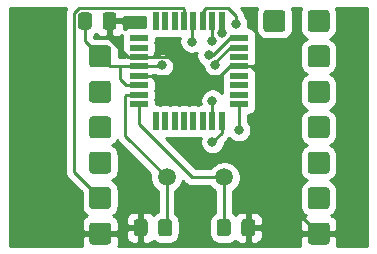
<source format=gtl>
G04 #@! TF.GenerationSoftware,KiCad,Pcbnew,5.1.10-88a1d61d58~90~ubuntu20.04.1*
G04 #@! TF.CreationDate,2021-09-15T21:40:18+02:00*
G04 #@! TF.ProjectId,snes2atari,736e6573-3261-4746-9172-692e6b696361,rev?*
G04 #@! TF.SameCoordinates,Original*
G04 #@! TF.FileFunction,Copper,L1,Top*
G04 #@! TF.FilePolarity,Positive*
%FSLAX46Y46*%
G04 Gerber Fmt 4.6, Leading zero omitted, Abs format (unit mm)*
G04 Created by KiCad (PCBNEW 5.1.10-88a1d61d58~90~ubuntu20.04.1) date 2021-09-15 21:40:18*
%MOMM*%
%LPD*%
G01*
G04 APERTURE LIST*
G04 #@! TA.AperFunction,ComponentPad*
%ADD10C,1.500000*%
G04 #@! TD*
G04 #@! TA.AperFunction,SMDPad,CuDef*
%ADD11R,0.550000X1.600000*%
G04 #@! TD*
G04 #@! TA.AperFunction,SMDPad,CuDef*
%ADD12R,1.600000X0.550000*%
G04 #@! TD*
G04 #@! TA.AperFunction,ViaPad*
%ADD13C,0.800000*%
G04 #@! TD*
G04 #@! TA.AperFunction,Conductor*
%ADD14C,0.250000*%
G04 #@! TD*
G04 #@! TA.AperFunction,Conductor*
%ADD15C,0.254000*%
G04 #@! TD*
G04 #@! TA.AperFunction,Conductor*
%ADD16C,0.100000*%
G04 #@! TD*
G04 APERTURE END LIST*
D10*
X125870000Y-89750000D03*
X130750000Y-89750000D03*
D11*
X124950000Y-76500000D03*
X125750000Y-76500000D03*
X126550000Y-76500000D03*
X127350000Y-76500000D03*
X128150000Y-76500000D03*
X128950000Y-76500000D03*
X129750000Y-76500000D03*
X130550000Y-76500000D03*
D12*
X132000000Y-77950000D03*
X132000000Y-78750000D03*
X132000000Y-79550000D03*
X132000000Y-80350000D03*
X132000000Y-81150000D03*
X132000000Y-81950000D03*
X132000000Y-82750000D03*
X132000000Y-83550000D03*
D11*
X130550000Y-85000000D03*
X129750000Y-85000000D03*
X128950000Y-85000000D03*
X128150000Y-85000000D03*
X127350000Y-85000000D03*
X126550000Y-85000000D03*
X125750000Y-85000000D03*
X124950000Y-85000000D03*
D12*
X123500000Y-83550000D03*
X123500000Y-82750000D03*
X123500000Y-81950000D03*
X123500000Y-81150000D03*
X123500000Y-80350000D03*
X123500000Y-79550000D03*
X123500000Y-78750000D03*
X123500000Y-77950000D03*
G04 #@! TA.AperFunction,ComponentPad*
G36*
G01*
X119325000Y-95175001D02*
X119325000Y-93824999D01*
G75*
G02*
X119574999Y-93575000I249999J0D01*
G01*
X120925001Y-93575000D01*
G75*
G02*
X121175000Y-93824999I0J-249999D01*
G01*
X121175000Y-95175001D01*
G75*
G02*
X120925001Y-95425000I-249999J0D01*
G01*
X119574999Y-95425000D01*
G75*
G02*
X119325000Y-95175001I0J249999D01*
G01*
G37*
G04 #@! TD.AperFunction*
G04 #@! TA.AperFunction,ComponentPad*
G36*
G01*
X137825000Y-95175001D02*
X137825000Y-93824999D01*
G75*
G02*
X138074999Y-93575000I249999J0D01*
G01*
X139425001Y-93575000D01*
G75*
G02*
X139675000Y-93824999I0J-249999D01*
G01*
X139675000Y-95175001D01*
G75*
G02*
X139425001Y-95425000I-249999J0D01*
G01*
X138074999Y-95425000D01*
G75*
G02*
X137825000Y-95175001I0J249999D01*
G01*
G37*
G04 #@! TD.AperFunction*
G04 #@! TA.AperFunction,ComponentPad*
G36*
G01*
X119325000Y-92175001D02*
X119325000Y-90824999D01*
G75*
G02*
X119574999Y-90575000I249999J0D01*
G01*
X120925001Y-90575000D01*
G75*
G02*
X121175000Y-90824999I0J-249999D01*
G01*
X121175000Y-92175001D01*
G75*
G02*
X120925001Y-92425000I-249999J0D01*
G01*
X119574999Y-92425000D01*
G75*
G02*
X119325000Y-92175001I0J249999D01*
G01*
G37*
G04 #@! TD.AperFunction*
G04 #@! TA.AperFunction,ComponentPad*
G36*
G01*
X137825000Y-77175001D02*
X137825000Y-75824999D01*
G75*
G02*
X138074999Y-75575000I249999J0D01*
G01*
X139425001Y-75575000D01*
G75*
G02*
X139675000Y-75824999I0J-249999D01*
G01*
X139675000Y-77175001D01*
G75*
G02*
X139425001Y-77425000I-249999J0D01*
G01*
X138074999Y-77425000D01*
G75*
G02*
X137825000Y-77175001I0J249999D01*
G01*
G37*
G04 #@! TD.AperFunction*
G04 #@! TA.AperFunction,ComponentPad*
G36*
G01*
X137825000Y-80175001D02*
X137825000Y-78824999D01*
G75*
G02*
X138074999Y-78575000I249999J0D01*
G01*
X139425001Y-78575000D01*
G75*
G02*
X139675000Y-78824999I0J-249999D01*
G01*
X139675000Y-80175001D01*
G75*
G02*
X139425001Y-80425000I-249999J0D01*
G01*
X138074999Y-80425000D01*
G75*
G02*
X137825000Y-80175001I0J249999D01*
G01*
G37*
G04 #@! TD.AperFunction*
G04 #@! TA.AperFunction,ComponentPad*
G36*
G01*
X137825000Y-83175001D02*
X137825000Y-81824999D01*
G75*
G02*
X138074999Y-81575000I249999J0D01*
G01*
X139425001Y-81575000D01*
G75*
G02*
X139675000Y-81824999I0J-249999D01*
G01*
X139675000Y-83175001D01*
G75*
G02*
X139425001Y-83425000I-249999J0D01*
G01*
X138074999Y-83425000D01*
G75*
G02*
X137825000Y-83175001I0J249999D01*
G01*
G37*
G04 #@! TD.AperFunction*
G04 #@! TA.AperFunction,ComponentPad*
G36*
G01*
X137825000Y-86175001D02*
X137825000Y-84824999D01*
G75*
G02*
X138074999Y-84575000I249999J0D01*
G01*
X139425001Y-84575000D01*
G75*
G02*
X139675000Y-84824999I0J-249999D01*
G01*
X139675000Y-86175001D01*
G75*
G02*
X139425001Y-86425000I-249999J0D01*
G01*
X138074999Y-86425000D01*
G75*
G02*
X137825000Y-86175001I0J249999D01*
G01*
G37*
G04 #@! TD.AperFunction*
G04 #@! TA.AperFunction,ComponentPad*
G36*
G01*
X137825000Y-89175001D02*
X137825000Y-87824999D01*
G75*
G02*
X138074999Y-87575000I249999J0D01*
G01*
X139425001Y-87575000D01*
G75*
G02*
X139675000Y-87824999I0J-249999D01*
G01*
X139675000Y-89175001D01*
G75*
G02*
X139425001Y-89425000I-249999J0D01*
G01*
X138074999Y-89425000D01*
G75*
G02*
X137825000Y-89175001I0J249999D01*
G01*
G37*
G04 #@! TD.AperFunction*
G04 #@! TA.AperFunction,ComponentPad*
G36*
G01*
X137825000Y-92175001D02*
X137825000Y-90824999D01*
G75*
G02*
X138074999Y-90575000I249999J0D01*
G01*
X139425001Y-90575000D01*
G75*
G02*
X139675000Y-90824999I0J-249999D01*
G01*
X139675000Y-92175001D01*
G75*
G02*
X139425001Y-92425000I-249999J0D01*
G01*
X138074999Y-92425000D01*
G75*
G02*
X137825000Y-92175001I0J249999D01*
G01*
G37*
G04 #@! TD.AperFunction*
G04 #@! TA.AperFunction,ComponentPad*
G36*
G01*
X119325000Y-89175001D02*
X119325000Y-87824999D01*
G75*
G02*
X119574999Y-87575000I249999J0D01*
G01*
X120925001Y-87575000D01*
G75*
G02*
X121175000Y-87824999I0J-249999D01*
G01*
X121175000Y-89175001D01*
G75*
G02*
X120925001Y-89425000I-249999J0D01*
G01*
X119574999Y-89425000D01*
G75*
G02*
X119325000Y-89175001I0J249999D01*
G01*
G37*
G04 #@! TD.AperFunction*
G04 #@! TA.AperFunction,ComponentPad*
G36*
G01*
X119325000Y-86175001D02*
X119325000Y-84824999D01*
G75*
G02*
X119574999Y-84575000I249999J0D01*
G01*
X120925001Y-84575000D01*
G75*
G02*
X121175000Y-84824999I0J-249999D01*
G01*
X121175000Y-86175001D01*
G75*
G02*
X120925001Y-86425000I-249999J0D01*
G01*
X119574999Y-86425000D01*
G75*
G02*
X119325000Y-86175001I0J249999D01*
G01*
G37*
G04 #@! TD.AperFunction*
G04 #@! TA.AperFunction,ComponentPad*
G36*
G01*
X119325000Y-83175001D02*
X119325000Y-81824999D01*
G75*
G02*
X119574999Y-81575000I249999J0D01*
G01*
X120925001Y-81575000D01*
G75*
G02*
X121175000Y-81824999I0J-249999D01*
G01*
X121175000Y-83175001D01*
G75*
G02*
X120925001Y-83425000I-249999J0D01*
G01*
X119574999Y-83425000D01*
G75*
G02*
X119325000Y-83175001I0J249999D01*
G01*
G37*
G04 #@! TD.AperFunction*
G04 #@! TA.AperFunction,ComponentPad*
G36*
G01*
X119325000Y-80175001D02*
X119325000Y-78824999D01*
G75*
G02*
X119574999Y-78575000I249999J0D01*
G01*
X120925001Y-78575000D01*
G75*
G02*
X121175000Y-78824999I0J-249999D01*
G01*
X121175000Y-80175001D01*
G75*
G02*
X120925001Y-80425000I-249999J0D01*
G01*
X119574999Y-80425000D01*
G75*
G02*
X119325000Y-80175001I0J249999D01*
G01*
G37*
G04 #@! TD.AperFunction*
G04 #@! TA.AperFunction,ComponentPad*
G36*
G01*
X134075000Y-77175001D02*
X134075000Y-75824999D01*
G75*
G02*
X134324999Y-75575000I249999J0D01*
G01*
X135675001Y-75575000D01*
G75*
G02*
X135925000Y-75824999I0J-249999D01*
G01*
X135925000Y-77175001D01*
G75*
G02*
X135675001Y-77425000I-249999J0D01*
G01*
X134324999Y-77425000D01*
G75*
G02*
X134075000Y-77175001I0J249999D01*
G01*
G37*
G04 #@! TD.AperFunction*
G04 #@! TA.AperFunction,SMDPad,CuDef*
G36*
G01*
X120450000Y-76975000D02*
X120450000Y-76025000D01*
G75*
G02*
X120700000Y-75775000I250000J0D01*
G01*
X121375000Y-75775000D01*
G75*
G02*
X121625000Y-76025000I0J-250000D01*
G01*
X121625000Y-76975000D01*
G75*
G02*
X121375000Y-77225000I-250000J0D01*
G01*
X120700000Y-77225000D01*
G75*
G02*
X120450000Y-76975000I0J250000D01*
G01*
G37*
G04 #@! TD.AperFunction*
G04 #@! TA.AperFunction,SMDPad,CuDef*
G36*
G01*
X118375000Y-76975000D02*
X118375000Y-76025000D01*
G75*
G02*
X118625000Y-75775000I250000J0D01*
G01*
X119300000Y-75775000D01*
G75*
G02*
X119550000Y-76025000I0J-250000D01*
G01*
X119550000Y-76975000D01*
G75*
G02*
X119300000Y-77225000I-250000J0D01*
G01*
X118625000Y-77225000D01*
G75*
G02*
X118375000Y-76975000I0J250000D01*
G01*
G37*
G04 #@! TD.AperFunction*
G04 #@! TA.AperFunction,SMDPad,CuDef*
G36*
G01*
X124262500Y-93525000D02*
X124262500Y-94475000D01*
G75*
G02*
X124012500Y-94725000I-250000J0D01*
G01*
X123337500Y-94725000D01*
G75*
G02*
X123087500Y-94475000I0J250000D01*
G01*
X123087500Y-93525000D01*
G75*
G02*
X123337500Y-93275000I250000J0D01*
G01*
X124012500Y-93275000D01*
G75*
G02*
X124262500Y-93525000I0J-250000D01*
G01*
G37*
G04 #@! TD.AperFunction*
G04 #@! TA.AperFunction,SMDPad,CuDef*
G36*
G01*
X126337500Y-93525000D02*
X126337500Y-94475000D01*
G75*
G02*
X126087500Y-94725000I-250000J0D01*
G01*
X125412500Y-94725000D01*
G75*
G02*
X125162500Y-94475000I0J250000D01*
G01*
X125162500Y-93525000D01*
G75*
G02*
X125412500Y-93275000I250000J0D01*
G01*
X126087500Y-93275000D01*
G75*
G02*
X126337500Y-93525000I0J-250000D01*
G01*
G37*
G04 #@! TD.AperFunction*
G04 #@! TA.AperFunction,SMDPad,CuDef*
G36*
G01*
X132200000Y-94475000D02*
X132200000Y-93525000D01*
G75*
G02*
X132450000Y-93275000I250000J0D01*
G01*
X133125000Y-93275000D01*
G75*
G02*
X133375000Y-93525000I0J-250000D01*
G01*
X133375000Y-94475000D01*
G75*
G02*
X133125000Y-94725000I-250000J0D01*
G01*
X132450000Y-94725000D01*
G75*
G02*
X132200000Y-94475000I0J250000D01*
G01*
G37*
G04 #@! TD.AperFunction*
G04 #@! TA.AperFunction,SMDPad,CuDef*
G36*
G01*
X130125000Y-94475000D02*
X130125000Y-93525000D01*
G75*
G02*
X130375000Y-93275000I250000J0D01*
G01*
X131050000Y-93275000D01*
G75*
G02*
X131300000Y-93525000I0J-250000D01*
G01*
X131300000Y-94475000D01*
G75*
G02*
X131050000Y-94725000I-250000J0D01*
G01*
X130375000Y-94725000D01*
G75*
G02*
X130125000Y-94475000I0J250000D01*
G01*
G37*
G04 #@! TD.AperFunction*
D13*
X125500000Y-80250000D03*
X129750000Y-83250000D03*
X129750000Y-86750000D03*
X132000000Y-85750000D03*
X130000000Y-80250000D03*
X129439334Y-79421944D03*
X130583795Y-77518525D03*
X129683702Y-78228028D03*
X131750000Y-76750000D03*
X128000000Y-78250000D03*
D14*
X121037500Y-77947502D02*
X121037500Y-76500000D01*
X122639998Y-79550000D02*
X121037500Y-77947502D01*
X123500000Y-79550000D02*
X122639998Y-79550000D01*
X125173004Y-81150000D02*
X123500000Y-81150000D01*
X133050000Y-80350000D02*
X135750000Y-83050000D01*
X132000000Y-80350000D02*
X133050000Y-80350000D01*
X135750000Y-91500000D02*
X138750000Y-94500000D01*
X135750000Y-83050000D02*
X135750000Y-91500000D01*
X123500000Y-79550000D02*
X123525002Y-79524998D01*
X123500000Y-81150000D02*
X126600000Y-81150000D01*
X131223002Y-80350000D02*
X132000000Y-80350000D01*
X130423002Y-81150000D02*
X131223002Y-80350000D01*
X126600000Y-81150000D02*
X130423002Y-81150000D01*
X126600000Y-80100000D02*
X126600000Y-81150000D01*
X126024998Y-79524998D02*
X126600000Y-80100000D01*
X123525002Y-79524998D02*
X126024998Y-79524998D01*
X130712500Y-89787500D02*
X130750000Y-89750000D01*
X123500000Y-85210002D02*
X123500000Y-83550000D01*
X128039998Y-89750000D02*
X123500000Y-85210002D01*
X130750000Y-89750000D02*
X128039998Y-89750000D01*
X130750000Y-93962500D02*
X130712500Y-94000000D01*
X130750000Y-89750000D02*
X130750000Y-93962500D01*
X122450000Y-82750000D02*
X123500000Y-82750000D01*
X122374999Y-82825001D02*
X122450000Y-82750000D01*
X122374999Y-86254999D02*
X122374999Y-82825001D01*
X125870000Y-89750000D02*
X122374999Y-86254999D01*
X125870000Y-93880000D02*
X125750000Y-94000000D01*
X125870000Y-89750000D02*
X125870000Y-93880000D01*
X118962500Y-78212500D02*
X120250000Y-79500000D01*
X118962500Y-76500000D02*
X118962500Y-78212500D01*
X120250000Y-79500000D02*
X121100000Y-80350000D01*
X121900000Y-81400000D02*
X121900000Y-80350000D01*
X122450000Y-81950000D02*
X121900000Y-81400000D01*
X123500000Y-81950000D02*
X122450000Y-81950000D01*
X121900000Y-80350000D02*
X123500000Y-80350000D01*
X121100000Y-80350000D02*
X121900000Y-80350000D01*
X125400000Y-80350000D02*
X125500000Y-80250000D01*
X123500000Y-80350000D02*
X125400000Y-80350000D01*
X129750000Y-83250000D02*
X129750000Y-85000000D01*
X130550000Y-85950000D02*
X130550000Y-85000000D01*
X129750000Y-86750000D02*
X130550000Y-85950000D01*
X132000000Y-85750000D02*
X132000000Y-83550000D01*
X130000000Y-79959413D02*
X130000000Y-80250000D01*
X131209413Y-78750000D02*
X130000000Y-79959413D01*
X132000000Y-78750000D02*
X131209413Y-78750000D01*
X129791382Y-79421944D02*
X129439334Y-79421944D01*
X131263326Y-77950000D02*
X129791382Y-79421944D01*
X132000000Y-77950000D02*
X131263326Y-77950000D01*
X130550000Y-77484730D02*
X130583795Y-77518525D01*
X130550000Y-76500000D02*
X130550000Y-77484730D01*
X129750000Y-76500000D02*
X129750000Y-78161730D01*
X129750000Y-78161730D02*
X129683702Y-78228028D01*
X131085001Y-75374999D02*
X129214999Y-75374999D01*
X131750000Y-76039998D02*
X131085001Y-75374999D01*
X128950000Y-75639998D02*
X128950000Y-76500000D01*
X129214999Y-75374999D02*
X128950000Y-75639998D01*
X131750000Y-76750000D02*
X131750000Y-76039998D01*
X128000000Y-76650000D02*
X128150000Y-76500000D01*
X128000000Y-78250000D02*
X128000000Y-76650000D01*
X118049990Y-89299990D02*
X120250000Y-91500000D01*
X118049990Y-75786820D02*
X118049990Y-89299990D01*
X118461811Y-75374999D02*
X118049990Y-75786820D01*
X127274999Y-75374999D02*
X118461811Y-75374999D01*
X127350000Y-75450000D02*
X127274999Y-75374999D01*
X127350000Y-76500000D02*
X127350000Y-75450000D01*
D15*
X117368270Y-75449999D02*
X117344444Y-75494574D01*
X117300987Y-75637835D01*
X117289990Y-75749488D01*
X117289990Y-75749498D01*
X117286314Y-75786820D01*
X117289990Y-75824142D01*
X117289991Y-89262658D01*
X117286314Y-89299990D01*
X117289991Y-89337323D01*
X117300988Y-89448976D01*
X117303651Y-89457754D01*
X117344444Y-89592236D01*
X117415016Y-89724266D01*
X117479601Y-89802962D01*
X117509990Y-89839991D01*
X117538988Y-89863789D01*
X118686928Y-91011730D01*
X118686928Y-92175001D01*
X118703992Y-92348255D01*
X118754528Y-92514851D01*
X118836595Y-92668387D01*
X118947038Y-92802962D01*
X119081613Y-92913405D01*
X119167370Y-92959243D01*
X119080820Y-92985498D01*
X118970506Y-93044463D01*
X118873815Y-93123815D01*
X118794463Y-93220506D01*
X118735498Y-93330820D01*
X118699188Y-93450518D01*
X118686928Y-93575000D01*
X118690000Y-94214250D01*
X118848750Y-94373000D01*
X120123000Y-94373000D01*
X120123000Y-94353000D01*
X120377000Y-94353000D01*
X120377000Y-94373000D01*
X121651250Y-94373000D01*
X121810000Y-94214250D01*
X121813072Y-93575000D01*
X121800812Y-93450518D01*
X121764502Y-93330820D01*
X121734666Y-93275000D01*
X122449428Y-93275000D01*
X122452500Y-93714250D01*
X122611250Y-93873000D01*
X123548000Y-93873000D01*
X123548000Y-92798750D01*
X123389250Y-92640000D01*
X123087500Y-92636928D01*
X122963018Y-92649188D01*
X122843320Y-92685498D01*
X122733006Y-92744463D01*
X122636315Y-92823815D01*
X122556963Y-92920506D01*
X122497998Y-93030820D01*
X122461688Y-93150518D01*
X122449428Y-93275000D01*
X121734666Y-93275000D01*
X121705537Y-93220506D01*
X121626185Y-93123815D01*
X121529494Y-93044463D01*
X121419180Y-92985498D01*
X121332630Y-92959243D01*
X121418387Y-92913405D01*
X121552962Y-92802962D01*
X121663405Y-92668387D01*
X121745472Y-92514851D01*
X121796008Y-92348255D01*
X121813072Y-92175001D01*
X121813072Y-90824999D01*
X121796008Y-90651745D01*
X121745472Y-90485149D01*
X121663405Y-90331613D01*
X121552962Y-90197038D01*
X121418387Y-90086595D01*
X121264851Y-90004528D01*
X121249924Y-90000000D01*
X121264851Y-89995472D01*
X121418387Y-89913405D01*
X121552962Y-89802962D01*
X121663405Y-89668387D01*
X121745472Y-89514851D01*
X121796008Y-89348255D01*
X121813072Y-89175001D01*
X121813072Y-87824999D01*
X121796008Y-87651745D01*
X121745472Y-87485149D01*
X121663405Y-87331613D01*
X121552962Y-87197038D01*
X121418387Y-87086595D01*
X121264851Y-87004528D01*
X121249924Y-87000000D01*
X121264851Y-86995472D01*
X121418387Y-86913405D01*
X121552962Y-86802962D01*
X121663405Y-86668387D01*
X121698805Y-86602158D01*
X121740025Y-86679275D01*
X121779870Y-86727825D01*
X121834998Y-86795000D01*
X121864002Y-86818803D01*
X124513833Y-89468635D01*
X124485000Y-89613589D01*
X124485000Y-89886411D01*
X124538225Y-90153989D01*
X124642629Y-90406043D01*
X124794201Y-90632886D01*
X124987114Y-90825799D01*
X125110000Y-90907909D01*
X125110001Y-92693198D01*
X125072650Y-92704528D01*
X124919114Y-92786595D01*
X124784538Y-92897038D01*
X124779158Y-92903594D01*
X124713685Y-92823815D01*
X124616994Y-92744463D01*
X124506680Y-92685498D01*
X124386982Y-92649188D01*
X124262500Y-92636928D01*
X123960750Y-92640000D01*
X123802000Y-92798750D01*
X123802000Y-93873000D01*
X123822000Y-93873000D01*
X123822000Y-94127000D01*
X123802000Y-94127000D01*
X123802000Y-95201250D01*
X123960750Y-95360000D01*
X124262500Y-95363072D01*
X124386982Y-95350812D01*
X124506680Y-95314502D01*
X124616994Y-95255537D01*
X124713685Y-95176185D01*
X124779158Y-95096406D01*
X124784538Y-95102962D01*
X124919114Y-95213405D01*
X125072650Y-95295472D01*
X125239246Y-95346008D01*
X125412500Y-95363072D01*
X126087500Y-95363072D01*
X126260754Y-95346008D01*
X126427350Y-95295472D01*
X126580886Y-95213405D01*
X126715462Y-95102962D01*
X126825905Y-94968386D01*
X126907972Y-94814850D01*
X126958508Y-94648254D01*
X126975572Y-94475000D01*
X126975572Y-93525000D01*
X126958508Y-93351746D01*
X126907972Y-93185150D01*
X126825905Y-93031614D01*
X126715462Y-92897038D01*
X126630000Y-92826902D01*
X126630000Y-90907909D01*
X126752886Y-90825799D01*
X126945799Y-90632886D01*
X127097371Y-90406043D01*
X127201775Y-90153989D01*
X127229550Y-90014354D01*
X127476198Y-90261002D01*
X127499997Y-90290001D01*
X127615722Y-90384974D01*
X127747751Y-90455546D01*
X127891012Y-90499003D01*
X128002665Y-90510000D01*
X128002673Y-90510000D01*
X128039998Y-90513676D01*
X128077323Y-90510000D01*
X129592091Y-90510000D01*
X129674201Y-90632886D01*
X129867114Y-90825799D01*
X129990000Y-90907909D01*
X129990001Y-92728661D01*
X129881614Y-92786595D01*
X129747038Y-92897038D01*
X129636595Y-93031614D01*
X129554528Y-93185150D01*
X129503992Y-93351746D01*
X129486928Y-93525000D01*
X129486928Y-94475000D01*
X129503992Y-94648254D01*
X129554528Y-94814850D01*
X129636595Y-94968386D01*
X129747038Y-95102962D01*
X129881614Y-95213405D01*
X130035150Y-95295472D01*
X130201746Y-95346008D01*
X130375000Y-95363072D01*
X131050000Y-95363072D01*
X131223254Y-95346008D01*
X131389850Y-95295472D01*
X131543386Y-95213405D01*
X131677962Y-95102962D01*
X131683342Y-95096406D01*
X131748815Y-95176185D01*
X131845506Y-95255537D01*
X131955820Y-95314502D01*
X132075518Y-95350812D01*
X132200000Y-95363072D01*
X132501750Y-95360000D01*
X132660500Y-95201250D01*
X132660500Y-94127000D01*
X132914500Y-94127000D01*
X132914500Y-95201250D01*
X133073250Y-95360000D01*
X133375000Y-95363072D01*
X133499482Y-95350812D01*
X133619180Y-95314502D01*
X133729494Y-95255537D01*
X133826185Y-95176185D01*
X133905537Y-95079494D01*
X133964502Y-94969180D01*
X134000812Y-94849482D01*
X134013072Y-94725000D01*
X134010000Y-94285750D01*
X133851250Y-94127000D01*
X132914500Y-94127000D01*
X132660500Y-94127000D01*
X132640500Y-94127000D01*
X132640500Y-93873000D01*
X132660500Y-93873000D01*
X132660500Y-92798750D01*
X132914500Y-92798750D01*
X132914500Y-93873000D01*
X133851250Y-93873000D01*
X134010000Y-93714250D01*
X134013072Y-93275000D01*
X134000812Y-93150518D01*
X133964502Y-93030820D01*
X133905537Y-92920506D01*
X133826185Y-92823815D01*
X133729494Y-92744463D01*
X133619180Y-92685498D01*
X133499482Y-92649188D01*
X133375000Y-92636928D01*
X133073250Y-92640000D01*
X132914500Y-92798750D01*
X132660500Y-92798750D01*
X132501750Y-92640000D01*
X132200000Y-92636928D01*
X132075518Y-92649188D01*
X131955820Y-92685498D01*
X131845506Y-92744463D01*
X131748815Y-92823815D01*
X131683342Y-92903594D01*
X131677962Y-92897038D01*
X131543386Y-92786595D01*
X131510000Y-92768750D01*
X131510000Y-90907909D01*
X131632886Y-90825799D01*
X131825799Y-90632886D01*
X131977371Y-90406043D01*
X132081775Y-90153989D01*
X132135000Y-89886411D01*
X132135000Y-89613589D01*
X132081775Y-89346011D01*
X131977371Y-89093957D01*
X131825799Y-88867114D01*
X131632886Y-88674201D01*
X131406043Y-88522629D01*
X131153989Y-88418225D01*
X130886411Y-88365000D01*
X130613589Y-88365000D01*
X130346011Y-88418225D01*
X130093957Y-88522629D01*
X129867114Y-88674201D01*
X129674201Y-88867114D01*
X129592091Y-88990000D01*
X128354800Y-88990000D01*
X125802871Y-86438072D01*
X126025000Y-86438072D01*
X126149482Y-86425812D01*
X126150000Y-86425655D01*
X126150518Y-86425812D01*
X126275000Y-86438072D01*
X126825000Y-86438072D01*
X126949482Y-86425812D01*
X126950000Y-86425655D01*
X126950518Y-86425812D01*
X127075000Y-86438072D01*
X127625000Y-86438072D01*
X127749482Y-86425812D01*
X127750000Y-86425655D01*
X127750518Y-86425812D01*
X127875000Y-86438072D01*
X128425000Y-86438072D01*
X128549482Y-86425812D01*
X128550000Y-86425655D01*
X128550518Y-86425812D01*
X128675000Y-86438072D01*
X128758929Y-86438072D01*
X128754774Y-86448102D01*
X128715000Y-86648061D01*
X128715000Y-86851939D01*
X128754774Y-87051898D01*
X128832795Y-87240256D01*
X128946063Y-87409774D01*
X129090226Y-87553937D01*
X129259744Y-87667205D01*
X129448102Y-87745226D01*
X129648061Y-87785000D01*
X129851939Y-87785000D01*
X130051898Y-87745226D01*
X130240256Y-87667205D01*
X130409774Y-87553937D01*
X130553937Y-87409774D01*
X130667205Y-87240256D01*
X130745226Y-87051898D01*
X130785000Y-86851939D01*
X130785000Y-86789802D01*
X131061004Y-86513798D01*
X131090001Y-86490001D01*
X131178012Y-86382759D01*
X131196063Y-86409774D01*
X131340226Y-86553937D01*
X131509744Y-86667205D01*
X131698102Y-86745226D01*
X131898061Y-86785000D01*
X132101939Y-86785000D01*
X132301898Y-86745226D01*
X132490256Y-86667205D01*
X132659774Y-86553937D01*
X132803937Y-86409774D01*
X132917205Y-86240256D01*
X132995226Y-86051898D01*
X133035000Y-85851939D01*
X133035000Y-85648061D01*
X132995226Y-85448102D01*
X132917205Y-85259744D01*
X132803937Y-85090226D01*
X132760000Y-85046289D01*
X132760000Y-84463072D01*
X132800000Y-84463072D01*
X132924482Y-84450812D01*
X133044180Y-84414502D01*
X133154494Y-84355537D01*
X133251185Y-84276185D01*
X133330537Y-84179494D01*
X133389502Y-84069180D01*
X133425812Y-83949482D01*
X133438072Y-83825000D01*
X133438072Y-83275000D01*
X133425812Y-83150518D01*
X133425655Y-83150000D01*
X133425812Y-83149482D01*
X133438072Y-83025000D01*
X133438072Y-82475000D01*
X133425812Y-82350518D01*
X133425655Y-82350000D01*
X133425812Y-82349482D01*
X133438072Y-82225000D01*
X133438072Y-81675000D01*
X133425812Y-81550518D01*
X133425655Y-81550000D01*
X133425812Y-81549482D01*
X133438072Y-81425000D01*
X133438072Y-80875000D01*
X133425812Y-80750518D01*
X133425467Y-80749380D01*
X133435000Y-80635750D01*
X133342917Y-80543667D01*
X133330537Y-80520506D01*
X133251185Y-80423815D01*
X133161241Y-80350000D01*
X133251185Y-80276185D01*
X133330537Y-80179494D01*
X133342917Y-80156333D01*
X133435000Y-80064250D01*
X133425467Y-79950620D01*
X133425812Y-79949482D01*
X133438072Y-79825000D01*
X133438072Y-79275000D01*
X133425812Y-79150518D01*
X133425655Y-79150000D01*
X133425812Y-79149482D01*
X133438072Y-79025000D01*
X133438072Y-78475000D01*
X133425812Y-78350518D01*
X133425655Y-78350000D01*
X133425812Y-78349482D01*
X133438072Y-78225000D01*
X133438072Y-77675000D01*
X133425812Y-77550518D01*
X133389502Y-77430820D01*
X133330537Y-77320506D01*
X133251185Y-77223815D01*
X133154494Y-77144463D01*
X133044180Y-77085498D01*
X132924482Y-77049188D01*
X132800000Y-77036928D01*
X132748204Y-77036928D01*
X132785000Y-76851939D01*
X132785000Y-76648061D01*
X132745226Y-76448102D01*
X132667205Y-76259744D01*
X132553937Y-76090226D01*
X132512783Y-76049072D01*
X132513677Y-76039998D01*
X132499003Y-75891012D01*
X132455546Y-75747751D01*
X132384974Y-75615722D01*
X132313799Y-75528995D01*
X132290001Y-75499997D01*
X132261002Y-75476198D01*
X132194804Y-75410000D01*
X133544696Y-75410000D01*
X133504528Y-75485149D01*
X133453992Y-75651745D01*
X133436928Y-75824999D01*
X133436928Y-77175001D01*
X133453992Y-77348255D01*
X133504528Y-77514851D01*
X133586595Y-77668387D01*
X133697038Y-77802962D01*
X133831613Y-77913405D01*
X133985149Y-77995472D01*
X134151745Y-78046008D01*
X134324999Y-78063072D01*
X135675001Y-78063072D01*
X135848255Y-78046008D01*
X136014851Y-77995472D01*
X136168387Y-77913405D01*
X136302962Y-77802962D01*
X136413405Y-77668387D01*
X136495472Y-77514851D01*
X136546008Y-77348255D01*
X136563072Y-77175001D01*
X136563072Y-75824999D01*
X136546008Y-75651745D01*
X136495472Y-75485149D01*
X136455304Y-75410000D01*
X137294696Y-75410000D01*
X137254528Y-75485149D01*
X137203992Y-75651745D01*
X137186928Y-75824999D01*
X137186928Y-77175001D01*
X137203992Y-77348255D01*
X137254528Y-77514851D01*
X137336595Y-77668387D01*
X137447038Y-77802962D01*
X137581613Y-77913405D01*
X137735149Y-77995472D01*
X137750076Y-78000000D01*
X137735149Y-78004528D01*
X137581613Y-78086595D01*
X137447038Y-78197038D01*
X137336595Y-78331613D01*
X137254528Y-78485149D01*
X137203992Y-78651745D01*
X137186928Y-78824999D01*
X137186928Y-80175001D01*
X137203992Y-80348255D01*
X137254528Y-80514851D01*
X137336595Y-80668387D01*
X137447038Y-80802962D01*
X137581613Y-80913405D01*
X137735149Y-80995472D01*
X137750076Y-81000000D01*
X137735149Y-81004528D01*
X137581613Y-81086595D01*
X137447038Y-81197038D01*
X137336595Y-81331613D01*
X137254528Y-81485149D01*
X137203992Y-81651745D01*
X137186928Y-81824999D01*
X137186928Y-83175001D01*
X137203992Y-83348255D01*
X137254528Y-83514851D01*
X137336595Y-83668387D01*
X137447038Y-83802962D01*
X137581613Y-83913405D01*
X137735149Y-83995472D01*
X137750076Y-84000000D01*
X137735149Y-84004528D01*
X137581613Y-84086595D01*
X137447038Y-84197038D01*
X137336595Y-84331613D01*
X137254528Y-84485149D01*
X137203992Y-84651745D01*
X137186928Y-84824999D01*
X137186928Y-86175001D01*
X137203992Y-86348255D01*
X137254528Y-86514851D01*
X137336595Y-86668387D01*
X137447038Y-86802962D01*
X137581613Y-86913405D01*
X137735149Y-86995472D01*
X137750076Y-87000000D01*
X137735149Y-87004528D01*
X137581613Y-87086595D01*
X137447038Y-87197038D01*
X137336595Y-87331613D01*
X137254528Y-87485149D01*
X137203992Y-87651745D01*
X137186928Y-87824999D01*
X137186928Y-89175001D01*
X137203992Y-89348255D01*
X137254528Y-89514851D01*
X137336595Y-89668387D01*
X137447038Y-89802962D01*
X137581613Y-89913405D01*
X137735149Y-89995472D01*
X137750076Y-90000000D01*
X137735149Y-90004528D01*
X137581613Y-90086595D01*
X137447038Y-90197038D01*
X137336595Y-90331613D01*
X137254528Y-90485149D01*
X137203992Y-90651745D01*
X137186928Y-90824999D01*
X137186928Y-92175001D01*
X137203992Y-92348255D01*
X137254528Y-92514851D01*
X137336595Y-92668387D01*
X137447038Y-92802962D01*
X137581613Y-92913405D01*
X137667370Y-92959243D01*
X137580820Y-92985498D01*
X137470506Y-93044463D01*
X137373815Y-93123815D01*
X137294463Y-93220506D01*
X137235498Y-93330820D01*
X137199188Y-93450518D01*
X137186928Y-93575000D01*
X137190000Y-94214250D01*
X137348750Y-94373000D01*
X138623000Y-94373000D01*
X138623000Y-94353000D01*
X138877000Y-94353000D01*
X138877000Y-94373000D01*
X140151250Y-94373000D01*
X140310000Y-94214250D01*
X140313072Y-93575000D01*
X140300812Y-93450518D01*
X140264502Y-93330820D01*
X140205537Y-93220506D01*
X140126185Y-93123815D01*
X140029494Y-93044463D01*
X139919180Y-92985498D01*
X139832630Y-92959243D01*
X139918387Y-92913405D01*
X140052962Y-92802962D01*
X140163405Y-92668387D01*
X140245472Y-92514851D01*
X140296008Y-92348255D01*
X140313072Y-92175001D01*
X140313072Y-90824999D01*
X140296008Y-90651745D01*
X140245472Y-90485149D01*
X140163405Y-90331613D01*
X140052962Y-90197038D01*
X139918387Y-90086595D01*
X139764851Y-90004528D01*
X139749924Y-90000000D01*
X139764851Y-89995472D01*
X139918387Y-89913405D01*
X140052962Y-89802962D01*
X140163405Y-89668387D01*
X140245472Y-89514851D01*
X140296008Y-89348255D01*
X140313072Y-89175001D01*
X140313072Y-87824999D01*
X140296008Y-87651745D01*
X140245472Y-87485149D01*
X140163405Y-87331613D01*
X140052962Y-87197038D01*
X139918387Y-87086595D01*
X139764851Y-87004528D01*
X139749924Y-87000000D01*
X139764851Y-86995472D01*
X139918387Y-86913405D01*
X140052962Y-86802962D01*
X140163405Y-86668387D01*
X140245472Y-86514851D01*
X140296008Y-86348255D01*
X140313072Y-86175001D01*
X140313072Y-84824999D01*
X140296008Y-84651745D01*
X140245472Y-84485149D01*
X140163405Y-84331613D01*
X140052962Y-84197038D01*
X139918387Y-84086595D01*
X139764851Y-84004528D01*
X139749924Y-84000000D01*
X139764851Y-83995472D01*
X139918387Y-83913405D01*
X140052962Y-83802962D01*
X140163405Y-83668387D01*
X140245472Y-83514851D01*
X140296008Y-83348255D01*
X140313072Y-83175001D01*
X140313072Y-81824999D01*
X140296008Y-81651745D01*
X140245472Y-81485149D01*
X140163405Y-81331613D01*
X140052962Y-81197038D01*
X139918387Y-81086595D01*
X139764851Y-81004528D01*
X139749924Y-81000000D01*
X139764851Y-80995472D01*
X139918387Y-80913405D01*
X140052962Y-80802962D01*
X140163405Y-80668387D01*
X140245472Y-80514851D01*
X140296008Y-80348255D01*
X140313072Y-80175001D01*
X140313072Y-78824999D01*
X140296008Y-78651745D01*
X140245472Y-78485149D01*
X140163405Y-78331613D01*
X140052962Y-78197038D01*
X139918387Y-78086595D01*
X139764851Y-78004528D01*
X139749924Y-78000000D01*
X139764851Y-77995472D01*
X139918387Y-77913405D01*
X140052962Y-77802962D01*
X140163405Y-77668387D01*
X140245472Y-77514851D01*
X140296008Y-77348255D01*
X140313072Y-77175001D01*
X140313072Y-75824999D01*
X140296008Y-75651745D01*
X140245472Y-75485149D01*
X140205304Y-75410000D01*
X142840001Y-75410000D01*
X142840000Y-95590000D01*
X140288521Y-95590000D01*
X140300812Y-95549482D01*
X140313072Y-95425000D01*
X140310000Y-94785750D01*
X140151250Y-94627000D01*
X138877000Y-94627000D01*
X138877000Y-94647000D01*
X138623000Y-94647000D01*
X138623000Y-94627000D01*
X137348750Y-94627000D01*
X137190000Y-94785750D01*
X137186928Y-95425000D01*
X137199188Y-95549482D01*
X137211479Y-95590000D01*
X121788521Y-95590000D01*
X121800812Y-95549482D01*
X121813072Y-95425000D01*
X121810000Y-94785750D01*
X121749250Y-94725000D01*
X122449428Y-94725000D01*
X122461688Y-94849482D01*
X122497998Y-94969180D01*
X122556963Y-95079494D01*
X122636315Y-95176185D01*
X122733006Y-95255537D01*
X122843320Y-95314502D01*
X122963018Y-95350812D01*
X123087500Y-95363072D01*
X123389250Y-95360000D01*
X123548000Y-95201250D01*
X123548000Y-94127000D01*
X122611250Y-94127000D01*
X122452500Y-94285750D01*
X122449428Y-94725000D01*
X121749250Y-94725000D01*
X121651250Y-94627000D01*
X120377000Y-94627000D01*
X120377000Y-94647000D01*
X120123000Y-94647000D01*
X120123000Y-94627000D01*
X118848750Y-94627000D01*
X118690000Y-94785750D01*
X118686928Y-95425000D01*
X118699188Y-95549482D01*
X118711479Y-95590000D01*
X112660000Y-95590000D01*
X112660000Y-75410000D01*
X117389650Y-75410000D01*
X117368270Y-75449999D01*
G04 #@! TA.AperFunction,Conductor*
D16*
G36*
X117368270Y-75449999D02*
G01*
X117344444Y-75494574D01*
X117300987Y-75637835D01*
X117289990Y-75749488D01*
X117289990Y-75749498D01*
X117286314Y-75786820D01*
X117289990Y-75824142D01*
X117289991Y-89262658D01*
X117286314Y-89299990D01*
X117289991Y-89337323D01*
X117300988Y-89448976D01*
X117303651Y-89457754D01*
X117344444Y-89592236D01*
X117415016Y-89724266D01*
X117479601Y-89802962D01*
X117509990Y-89839991D01*
X117538988Y-89863789D01*
X118686928Y-91011730D01*
X118686928Y-92175001D01*
X118703992Y-92348255D01*
X118754528Y-92514851D01*
X118836595Y-92668387D01*
X118947038Y-92802962D01*
X119081613Y-92913405D01*
X119167370Y-92959243D01*
X119080820Y-92985498D01*
X118970506Y-93044463D01*
X118873815Y-93123815D01*
X118794463Y-93220506D01*
X118735498Y-93330820D01*
X118699188Y-93450518D01*
X118686928Y-93575000D01*
X118690000Y-94214250D01*
X118848750Y-94373000D01*
X120123000Y-94373000D01*
X120123000Y-94353000D01*
X120377000Y-94353000D01*
X120377000Y-94373000D01*
X121651250Y-94373000D01*
X121810000Y-94214250D01*
X121813072Y-93575000D01*
X121800812Y-93450518D01*
X121764502Y-93330820D01*
X121734666Y-93275000D01*
X122449428Y-93275000D01*
X122452500Y-93714250D01*
X122611250Y-93873000D01*
X123548000Y-93873000D01*
X123548000Y-92798750D01*
X123389250Y-92640000D01*
X123087500Y-92636928D01*
X122963018Y-92649188D01*
X122843320Y-92685498D01*
X122733006Y-92744463D01*
X122636315Y-92823815D01*
X122556963Y-92920506D01*
X122497998Y-93030820D01*
X122461688Y-93150518D01*
X122449428Y-93275000D01*
X121734666Y-93275000D01*
X121705537Y-93220506D01*
X121626185Y-93123815D01*
X121529494Y-93044463D01*
X121419180Y-92985498D01*
X121332630Y-92959243D01*
X121418387Y-92913405D01*
X121552962Y-92802962D01*
X121663405Y-92668387D01*
X121745472Y-92514851D01*
X121796008Y-92348255D01*
X121813072Y-92175001D01*
X121813072Y-90824999D01*
X121796008Y-90651745D01*
X121745472Y-90485149D01*
X121663405Y-90331613D01*
X121552962Y-90197038D01*
X121418387Y-90086595D01*
X121264851Y-90004528D01*
X121249924Y-90000000D01*
X121264851Y-89995472D01*
X121418387Y-89913405D01*
X121552962Y-89802962D01*
X121663405Y-89668387D01*
X121745472Y-89514851D01*
X121796008Y-89348255D01*
X121813072Y-89175001D01*
X121813072Y-87824999D01*
X121796008Y-87651745D01*
X121745472Y-87485149D01*
X121663405Y-87331613D01*
X121552962Y-87197038D01*
X121418387Y-87086595D01*
X121264851Y-87004528D01*
X121249924Y-87000000D01*
X121264851Y-86995472D01*
X121418387Y-86913405D01*
X121552962Y-86802962D01*
X121663405Y-86668387D01*
X121698805Y-86602158D01*
X121740025Y-86679275D01*
X121779870Y-86727825D01*
X121834998Y-86795000D01*
X121864002Y-86818803D01*
X124513833Y-89468635D01*
X124485000Y-89613589D01*
X124485000Y-89886411D01*
X124538225Y-90153989D01*
X124642629Y-90406043D01*
X124794201Y-90632886D01*
X124987114Y-90825799D01*
X125110000Y-90907909D01*
X125110001Y-92693198D01*
X125072650Y-92704528D01*
X124919114Y-92786595D01*
X124784538Y-92897038D01*
X124779158Y-92903594D01*
X124713685Y-92823815D01*
X124616994Y-92744463D01*
X124506680Y-92685498D01*
X124386982Y-92649188D01*
X124262500Y-92636928D01*
X123960750Y-92640000D01*
X123802000Y-92798750D01*
X123802000Y-93873000D01*
X123822000Y-93873000D01*
X123822000Y-94127000D01*
X123802000Y-94127000D01*
X123802000Y-95201250D01*
X123960750Y-95360000D01*
X124262500Y-95363072D01*
X124386982Y-95350812D01*
X124506680Y-95314502D01*
X124616994Y-95255537D01*
X124713685Y-95176185D01*
X124779158Y-95096406D01*
X124784538Y-95102962D01*
X124919114Y-95213405D01*
X125072650Y-95295472D01*
X125239246Y-95346008D01*
X125412500Y-95363072D01*
X126087500Y-95363072D01*
X126260754Y-95346008D01*
X126427350Y-95295472D01*
X126580886Y-95213405D01*
X126715462Y-95102962D01*
X126825905Y-94968386D01*
X126907972Y-94814850D01*
X126958508Y-94648254D01*
X126975572Y-94475000D01*
X126975572Y-93525000D01*
X126958508Y-93351746D01*
X126907972Y-93185150D01*
X126825905Y-93031614D01*
X126715462Y-92897038D01*
X126630000Y-92826902D01*
X126630000Y-90907909D01*
X126752886Y-90825799D01*
X126945799Y-90632886D01*
X127097371Y-90406043D01*
X127201775Y-90153989D01*
X127229550Y-90014354D01*
X127476198Y-90261002D01*
X127499997Y-90290001D01*
X127615722Y-90384974D01*
X127747751Y-90455546D01*
X127891012Y-90499003D01*
X128002665Y-90510000D01*
X128002673Y-90510000D01*
X128039998Y-90513676D01*
X128077323Y-90510000D01*
X129592091Y-90510000D01*
X129674201Y-90632886D01*
X129867114Y-90825799D01*
X129990000Y-90907909D01*
X129990001Y-92728661D01*
X129881614Y-92786595D01*
X129747038Y-92897038D01*
X129636595Y-93031614D01*
X129554528Y-93185150D01*
X129503992Y-93351746D01*
X129486928Y-93525000D01*
X129486928Y-94475000D01*
X129503992Y-94648254D01*
X129554528Y-94814850D01*
X129636595Y-94968386D01*
X129747038Y-95102962D01*
X129881614Y-95213405D01*
X130035150Y-95295472D01*
X130201746Y-95346008D01*
X130375000Y-95363072D01*
X131050000Y-95363072D01*
X131223254Y-95346008D01*
X131389850Y-95295472D01*
X131543386Y-95213405D01*
X131677962Y-95102962D01*
X131683342Y-95096406D01*
X131748815Y-95176185D01*
X131845506Y-95255537D01*
X131955820Y-95314502D01*
X132075518Y-95350812D01*
X132200000Y-95363072D01*
X132501750Y-95360000D01*
X132660500Y-95201250D01*
X132660500Y-94127000D01*
X132914500Y-94127000D01*
X132914500Y-95201250D01*
X133073250Y-95360000D01*
X133375000Y-95363072D01*
X133499482Y-95350812D01*
X133619180Y-95314502D01*
X133729494Y-95255537D01*
X133826185Y-95176185D01*
X133905537Y-95079494D01*
X133964502Y-94969180D01*
X134000812Y-94849482D01*
X134013072Y-94725000D01*
X134010000Y-94285750D01*
X133851250Y-94127000D01*
X132914500Y-94127000D01*
X132660500Y-94127000D01*
X132640500Y-94127000D01*
X132640500Y-93873000D01*
X132660500Y-93873000D01*
X132660500Y-92798750D01*
X132914500Y-92798750D01*
X132914500Y-93873000D01*
X133851250Y-93873000D01*
X134010000Y-93714250D01*
X134013072Y-93275000D01*
X134000812Y-93150518D01*
X133964502Y-93030820D01*
X133905537Y-92920506D01*
X133826185Y-92823815D01*
X133729494Y-92744463D01*
X133619180Y-92685498D01*
X133499482Y-92649188D01*
X133375000Y-92636928D01*
X133073250Y-92640000D01*
X132914500Y-92798750D01*
X132660500Y-92798750D01*
X132501750Y-92640000D01*
X132200000Y-92636928D01*
X132075518Y-92649188D01*
X131955820Y-92685498D01*
X131845506Y-92744463D01*
X131748815Y-92823815D01*
X131683342Y-92903594D01*
X131677962Y-92897038D01*
X131543386Y-92786595D01*
X131510000Y-92768750D01*
X131510000Y-90907909D01*
X131632886Y-90825799D01*
X131825799Y-90632886D01*
X131977371Y-90406043D01*
X132081775Y-90153989D01*
X132135000Y-89886411D01*
X132135000Y-89613589D01*
X132081775Y-89346011D01*
X131977371Y-89093957D01*
X131825799Y-88867114D01*
X131632886Y-88674201D01*
X131406043Y-88522629D01*
X131153989Y-88418225D01*
X130886411Y-88365000D01*
X130613589Y-88365000D01*
X130346011Y-88418225D01*
X130093957Y-88522629D01*
X129867114Y-88674201D01*
X129674201Y-88867114D01*
X129592091Y-88990000D01*
X128354800Y-88990000D01*
X125802871Y-86438072D01*
X126025000Y-86438072D01*
X126149482Y-86425812D01*
X126150000Y-86425655D01*
X126150518Y-86425812D01*
X126275000Y-86438072D01*
X126825000Y-86438072D01*
X126949482Y-86425812D01*
X126950000Y-86425655D01*
X126950518Y-86425812D01*
X127075000Y-86438072D01*
X127625000Y-86438072D01*
X127749482Y-86425812D01*
X127750000Y-86425655D01*
X127750518Y-86425812D01*
X127875000Y-86438072D01*
X128425000Y-86438072D01*
X128549482Y-86425812D01*
X128550000Y-86425655D01*
X128550518Y-86425812D01*
X128675000Y-86438072D01*
X128758929Y-86438072D01*
X128754774Y-86448102D01*
X128715000Y-86648061D01*
X128715000Y-86851939D01*
X128754774Y-87051898D01*
X128832795Y-87240256D01*
X128946063Y-87409774D01*
X129090226Y-87553937D01*
X129259744Y-87667205D01*
X129448102Y-87745226D01*
X129648061Y-87785000D01*
X129851939Y-87785000D01*
X130051898Y-87745226D01*
X130240256Y-87667205D01*
X130409774Y-87553937D01*
X130553937Y-87409774D01*
X130667205Y-87240256D01*
X130745226Y-87051898D01*
X130785000Y-86851939D01*
X130785000Y-86789802D01*
X131061004Y-86513798D01*
X131090001Y-86490001D01*
X131178012Y-86382759D01*
X131196063Y-86409774D01*
X131340226Y-86553937D01*
X131509744Y-86667205D01*
X131698102Y-86745226D01*
X131898061Y-86785000D01*
X132101939Y-86785000D01*
X132301898Y-86745226D01*
X132490256Y-86667205D01*
X132659774Y-86553937D01*
X132803937Y-86409774D01*
X132917205Y-86240256D01*
X132995226Y-86051898D01*
X133035000Y-85851939D01*
X133035000Y-85648061D01*
X132995226Y-85448102D01*
X132917205Y-85259744D01*
X132803937Y-85090226D01*
X132760000Y-85046289D01*
X132760000Y-84463072D01*
X132800000Y-84463072D01*
X132924482Y-84450812D01*
X133044180Y-84414502D01*
X133154494Y-84355537D01*
X133251185Y-84276185D01*
X133330537Y-84179494D01*
X133389502Y-84069180D01*
X133425812Y-83949482D01*
X133438072Y-83825000D01*
X133438072Y-83275000D01*
X133425812Y-83150518D01*
X133425655Y-83150000D01*
X133425812Y-83149482D01*
X133438072Y-83025000D01*
X133438072Y-82475000D01*
X133425812Y-82350518D01*
X133425655Y-82350000D01*
X133425812Y-82349482D01*
X133438072Y-82225000D01*
X133438072Y-81675000D01*
X133425812Y-81550518D01*
X133425655Y-81550000D01*
X133425812Y-81549482D01*
X133438072Y-81425000D01*
X133438072Y-80875000D01*
X133425812Y-80750518D01*
X133425467Y-80749380D01*
X133435000Y-80635750D01*
X133342917Y-80543667D01*
X133330537Y-80520506D01*
X133251185Y-80423815D01*
X133161241Y-80350000D01*
X133251185Y-80276185D01*
X133330537Y-80179494D01*
X133342917Y-80156333D01*
X133435000Y-80064250D01*
X133425467Y-79950620D01*
X133425812Y-79949482D01*
X133438072Y-79825000D01*
X133438072Y-79275000D01*
X133425812Y-79150518D01*
X133425655Y-79150000D01*
X133425812Y-79149482D01*
X133438072Y-79025000D01*
X133438072Y-78475000D01*
X133425812Y-78350518D01*
X133425655Y-78350000D01*
X133425812Y-78349482D01*
X133438072Y-78225000D01*
X133438072Y-77675000D01*
X133425812Y-77550518D01*
X133389502Y-77430820D01*
X133330537Y-77320506D01*
X133251185Y-77223815D01*
X133154494Y-77144463D01*
X133044180Y-77085498D01*
X132924482Y-77049188D01*
X132800000Y-77036928D01*
X132748204Y-77036928D01*
X132785000Y-76851939D01*
X132785000Y-76648061D01*
X132745226Y-76448102D01*
X132667205Y-76259744D01*
X132553937Y-76090226D01*
X132512783Y-76049072D01*
X132513677Y-76039998D01*
X132499003Y-75891012D01*
X132455546Y-75747751D01*
X132384974Y-75615722D01*
X132313799Y-75528995D01*
X132290001Y-75499997D01*
X132261002Y-75476198D01*
X132194804Y-75410000D01*
X133544696Y-75410000D01*
X133504528Y-75485149D01*
X133453992Y-75651745D01*
X133436928Y-75824999D01*
X133436928Y-77175001D01*
X133453992Y-77348255D01*
X133504528Y-77514851D01*
X133586595Y-77668387D01*
X133697038Y-77802962D01*
X133831613Y-77913405D01*
X133985149Y-77995472D01*
X134151745Y-78046008D01*
X134324999Y-78063072D01*
X135675001Y-78063072D01*
X135848255Y-78046008D01*
X136014851Y-77995472D01*
X136168387Y-77913405D01*
X136302962Y-77802962D01*
X136413405Y-77668387D01*
X136495472Y-77514851D01*
X136546008Y-77348255D01*
X136563072Y-77175001D01*
X136563072Y-75824999D01*
X136546008Y-75651745D01*
X136495472Y-75485149D01*
X136455304Y-75410000D01*
X137294696Y-75410000D01*
X137254528Y-75485149D01*
X137203992Y-75651745D01*
X137186928Y-75824999D01*
X137186928Y-77175001D01*
X137203992Y-77348255D01*
X137254528Y-77514851D01*
X137336595Y-77668387D01*
X137447038Y-77802962D01*
X137581613Y-77913405D01*
X137735149Y-77995472D01*
X137750076Y-78000000D01*
X137735149Y-78004528D01*
X137581613Y-78086595D01*
X137447038Y-78197038D01*
X137336595Y-78331613D01*
X137254528Y-78485149D01*
X137203992Y-78651745D01*
X137186928Y-78824999D01*
X137186928Y-80175001D01*
X137203992Y-80348255D01*
X137254528Y-80514851D01*
X137336595Y-80668387D01*
X137447038Y-80802962D01*
X137581613Y-80913405D01*
X137735149Y-80995472D01*
X137750076Y-81000000D01*
X137735149Y-81004528D01*
X137581613Y-81086595D01*
X137447038Y-81197038D01*
X137336595Y-81331613D01*
X137254528Y-81485149D01*
X137203992Y-81651745D01*
X137186928Y-81824999D01*
X137186928Y-83175001D01*
X137203992Y-83348255D01*
X137254528Y-83514851D01*
X137336595Y-83668387D01*
X137447038Y-83802962D01*
X137581613Y-83913405D01*
X137735149Y-83995472D01*
X137750076Y-84000000D01*
X137735149Y-84004528D01*
X137581613Y-84086595D01*
X137447038Y-84197038D01*
X137336595Y-84331613D01*
X137254528Y-84485149D01*
X137203992Y-84651745D01*
X137186928Y-84824999D01*
X137186928Y-86175001D01*
X137203992Y-86348255D01*
X137254528Y-86514851D01*
X137336595Y-86668387D01*
X137447038Y-86802962D01*
X137581613Y-86913405D01*
X137735149Y-86995472D01*
X137750076Y-87000000D01*
X137735149Y-87004528D01*
X137581613Y-87086595D01*
X137447038Y-87197038D01*
X137336595Y-87331613D01*
X137254528Y-87485149D01*
X137203992Y-87651745D01*
X137186928Y-87824999D01*
X137186928Y-89175001D01*
X137203992Y-89348255D01*
X137254528Y-89514851D01*
X137336595Y-89668387D01*
X137447038Y-89802962D01*
X137581613Y-89913405D01*
X137735149Y-89995472D01*
X137750076Y-90000000D01*
X137735149Y-90004528D01*
X137581613Y-90086595D01*
X137447038Y-90197038D01*
X137336595Y-90331613D01*
X137254528Y-90485149D01*
X137203992Y-90651745D01*
X137186928Y-90824999D01*
X137186928Y-92175001D01*
X137203992Y-92348255D01*
X137254528Y-92514851D01*
X137336595Y-92668387D01*
X137447038Y-92802962D01*
X137581613Y-92913405D01*
X137667370Y-92959243D01*
X137580820Y-92985498D01*
X137470506Y-93044463D01*
X137373815Y-93123815D01*
X137294463Y-93220506D01*
X137235498Y-93330820D01*
X137199188Y-93450518D01*
X137186928Y-93575000D01*
X137190000Y-94214250D01*
X137348750Y-94373000D01*
X138623000Y-94373000D01*
X138623000Y-94353000D01*
X138877000Y-94353000D01*
X138877000Y-94373000D01*
X140151250Y-94373000D01*
X140310000Y-94214250D01*
X140313072Y-93575000D01*
X140300812Y-93450518D01*
X140264502Y-93330820D01*
X140205537Y-93220506D01*
X140126185Y-93123815D01*
X140029494Y-93044463D01*
X139919180Y-92985498D01*
X139832630Y-92959243D01*
X139918387Y-92913405D01*
X140052962Y-92802962D01*
X140163405Y-92668387D01*
X140245472Y-92514851D01*
X140296008Y-92348255D01*
X140313072Y-92175001D01*
X140313072Y-90824999D01*
X140296008Y-90651745D01*
X140245472Y-90485149D01*
X140163405Y-90331613D01*
X140052962Y-90197038D01*
X139918387Y-90086595D01*
X139764851Y-90004528D01*
X139749924Y-90000000D01*
X139764851Y-89995472D01*
X139918387Y-89913405D01*
X140052962Y-89802962D01*
X140163405Y-89668387D01*
X140245472Y-89514851D01*
X140296008Y-89348255D01*
X140313072Y-89175001D01*
X140313072Y-87824999D01*
X140296008Y-87651745D01*
X140245472Y-87485149D01*
X140163405Y-87331613D01*
X140052962Y-87197038D01*
X139918387Y-87086595D01*
X139764851Y-87004528D01*
X139749924Y-87000000D01*
X139764851Y-86995472D01*
X139918387Y-86913405D01*
X140052962Y-86802962D01*
X140163405Y-86668387D01*
X140245472Y-86514851D01*
X140296008Y-86348255D01*
X140313072Y-86175001D01*
X140313072Y-84824999D01*
X140296008Y-84651745D01*
X140245472Y-84485149D01*
X140163405Y-84331613D01*
X140052962Y-84197038D01*
X139918387Y-84086595D01*
X139764851Y-84004528D01*
X139749924Y-84000000D01*
X139764851Y-83995472D01*
X139918387Y-83913405D01*
X140052962Y-83802962D01*
X140163405Y-83668387D01*
X140245472Y-83514851D01*
X140296008Y-83348255D01*
X140313072Y-83175001D01*
X140313072Y-81824999D01*
X140296008Y-81651745D01*
X140245472Y-81485149D01*
X140163405Y-81331613D01*
X140052962Y-81197038D01*
X139918387Y-81086595D01*
X139764851Y-81004528D01*
X139749924Y-81000000D01*
X139764851Y-80995472D01*
X139918387Y-80913405D01*
X140052962Y-80802962D01*
X140163405Y-80668387D01*
X140245472Y-80514851D01*
X140296008Y-80348255D01*
X140313072Y-80175001D01*
X140313072Y-78824999D01*
X140296008Y-78651745D01*
X140245472Y-78485149D01*
X140163405Y-78331613D01*
X140052962Y-78197038D01*
X139918387Y-78086595D01*
X139764851Y-78004528D01*
X139749924Y-78000000D01*
X139764851Y-77995472D01*
X139918387Y-77913405D01*
X140052962Y-77802962D01*
X140163405Y-77668387D01*
X140245472Y-77514851D01*
X140296008Y-77348255D01*
X140313072Y-77175001D01*
X140313072Y-75824999D01*
X140296008Y-75651745D01*
X140245472Y-75485149D01*
X140205304Y-75410000D01*
X142840001Y-75410000D01*
X142840000Y-95590000D01*
X140288521Y-95590000D01*
X140300812Y-95549482D01*
X140313072Y-95425000D01*
X140310000Y-94785750D01*
X140151250Y-94627000D01*
X138877000Y-94627000D01*
X138877000Y-94647000D01*
X138623000Y-94647000D01*
X138623000Y-94627000D01*
X137348750Y-94627000D01*
X137190000Y-94785750D01*
X137186928Y-95425000D01*
X137199188Y-95549482D01*
X137211479Y-95590000D01*
X121788521Y-95590000D01*
X121800812Y-95549482D01*
X121813072Y-95425000D01*
X121810000Y-94785750D01*
X121749250Y-94725000D01*
X122449428Y-94725000D01*
X122461688Y-94849482D01*
X122497998Y-94969180D01*
X122556963Y-95079494D01*
X122636315Y-95176185D01*
X122733006Y-95255537D01*
X122843320Y-95314502D01*
X122963018Y-95350812D01*
X123087500Y-95363072D01*
X123389250Y-95360000D01*
X123548000Y-95201250D01*
X123548000Y-94127000D01*
X122611250Y-94127000D01*
X122452500Y-94285750D01*
X122449428Y-94725000D01*
X121749250Y-94725000D01*
X121651250Y-94627000D01*
X120377000Y-94627000D01*
X120377000Y-94647000D01*
X120123000Y-94647000D01*
X120123000Y-94627000D01*
X118848750Y-94627000D01*
X118690000Y-94785750D01*
X118686928Y-95425000D01*
X118699188Y-95549482D01*
X118711479Y-95590000D01*
X112660000Y-95590000D01*
X112660000Y-75410000D01*
X117389650Y-75410000D01*
X117368270Y-75449999D01*
G37*
G04 #@! TD.AperFunction*
D15*
X126950518Y-77925812D02*
X127011518Y-77931820D01*
X127004774Y-77948102D01*
X126965000Y-78148061D01*
X126965000Y-78351939D01*
X127004774Y-78551898D01*
X127082795Y-78740256D01*
X127196063Y-78909774D01*
X127340226Y-79053937D01*
X127509744Y-79167205D01*
X127698102Y-79245226D01*
X127898061Y-79285000D01*
X128101939Y-79285000D01*
X128301898Y-79245226D01*
X128429742Y-79192271D01*
X128404334Y-79320005D01*
X128404334Y-79523883D01*
X128444108Y-79723842D01*
X128522129Y-79912200D01*
X128635397Y-80081718D01*
X128779560Y-80225881D01*
X128949078Y-80339149D01*
X128965000Y-80345744D01*
X128965000Y-80351939D01*
X129004774Y-80551898D01*
X129082795Y-80740256D01*
X129196063Y-80909774D01*
X129340226Y-81053937D01*
X129509744Y-81167205D01*
X129698102Y-81245226D01*
X129898061Y-81285000D01*
X130101939Y-81285000D01*
X130301898Y-81245226D01*
X130490256Y-81167205D01*
X130561928Y-81119315D01*
X130561928Y-81425000D01*
X130574188Y-81549482D01*
X130574345Y-81550000D01*
X130574188Y-81550518D01*
X130561928Y-81675000D01*
X130561928Y-82225000D01*
X130574188Y-82349482D01*
X130574345Y-82350000D01*
X130574188Y-82350518D01*
X130561928Y-82475000D01*
X130561928Y-82602185D01*
X130553937Y-82590226D01*
X130409774Y-82446063D01*
X130240256Y-82332795D01*
X130051898Y-82254774D01*
X129851939Y-82215000D01*
X129648061Y-82215000D01*
X129448102Y-82254774D01*
X129259744Y-82332795D01*
X129090226Y-82446063D01*
X128946063Y-82590226D01*
X128832795Y-82759744D01*
X128754774Y-82948102D01*
X128715000Y-83148061D01*
X128715000Y-83351939D01*
X128754774Y-83551898D01*
X128758929Y-83561928D01*
X128675000Y-83561928D01*
X128550518Y-83574188D01*
X128550000Y-83574345D01*
X128549482Y-83574188D01*
X128425000Y-83561928D01*
X127875000Y-83561928D01*
X127750518Y-83574188D01*
X127750000Y-83574345D01*
X127749482Y-83574188D01*
X127625000Y-83561928D01*
X127075000Y-83561928D01*
X126950518Y-83574188D01*
X126950000Y-83574345D01*
X126949482Y-83574188D01*
X126825000Y-83561928D01*
X126275000Y-83561928D01*
X126150518Y-83574188D01*
X126150000Y-83574345D01*
X126149482Y-83574188D01*
X126025000Y-83561928D01*
X125475000Y-83561928D01*
X125350518Y-83574188D01*
X125350000Y-83574345D01*
X125349482Y-83574188D01*
X125225000Y-83561928D01*
X124938072Y-83561928D01*
X124938072Y-83275000D01*
X124925812Y-83150518D01*
X124925655Y-83150000D01*
X124925812Y-83149482D01*
X124938072Y-83025000D01*
X124938072Y-82475000D01*
X124925812Y-82350518D01*
X124925655Y-82350000D01*
X124925812Y-82349482D01*
X124938072Y-82225000D01*
X124938072Y-81675000D01*
X124925812Y-81550518D01*
X124925467Y-81549380D01*
X124935000Y-81435750D01*
X124842917Y-81343667D01*
X124830537Y-81320506D01*
X124751185Y-81223815D01*
X124661241Y-81150000D01*
X124709981Y-81110000D01*
X124924130Y-81110000D01*
X125009744Y-81167205D01*
X125198102Y-81245226D01*
X125398061Y-81285000D01*
X125601939Y-81285000D01*
X125801898Y-81245226D01*
X125990256Y-81167205D01*
X126159774Y-81053937D01*
X126303937Y-80909774D01*
X126417205Y-80740256D01*
X126495226Y-80551898D01*
X126535000Y-80351939D01*
X126535000Y-80148061D01*
X126495226Y-79948102D01*
X126417205Y-79759744D01*
X126303937Y-79590226D01*
X126159774Y-79446063D01*
X125990256Y-79332795D01*
X125801898Y-79254774D01*
X125601939Y-79215000D01*
X125398061Y-79215000D01*
X125198102Y-79254774D01*
X125009744Y-79332795D01*
X124874745Y-79422998D01*
X124794834Y-79422998D01*
X124830537Y-79379494D01*
X124842917Y-79356333D01*
X124935000Y-79264250D01*
X124925467Y-79150620D01*
X124925812Y-79149482D01*
X124938072Y-79025000D01*
X124938072Y-78475000D01*
X124925812Y-78350518D01*
X124925655Y-78350000D01*
X124925812Y-78349482D01*
X124938072Y-78225000D01*
X124938072Y-77938072D01*
X125225000Y-77938072D01*
X125349482Y-77925812D01*
X125350000Y-77925655D01*
X125350518Y-77925812D01*
X125475000Y-77938072D01*
X126025000Y-77938072D01*
X126149482Y-77925812D01*
X126150000Y-77925655D01*
X126150518Y-77925812D01*
X126275000Y-77938072D01*
X126825000Y-77938072D01*
X126949482Y-77925812D01*
X126950000Y-77925655D01*
X126950518Y-77925812D01*
G04 #@! TA.AperFunction,Conductor*
D16*
G36*
X126950518Y-77925812D02*
G01*
X127011518Y-77931820D01*
X127004774Y-77948102D01*
X126965000Y-78148061D01*
X126965000Y-78351939D01*
X127004774Y-78551898D01*
X127082795Y-78740256D01*
X127196063Y-78909774D01*
X127340226Y-79053937D01*
X127509744Y-79167205D01*
X127698102Y-79245226D01*
X127898061Y-79285000D01*
X128101939Y-79285000D01*
X128301898Y-79245226D01*
X128429742Y-79192271D01*
X128404334Y-79320005D01*
X128404334Y-79523883D01*
X128444108Y-79723842D01*
X128522129Y-79912200D01*
X128635397Y-80081718D01*
X128779560Y-80225881D01*
X128949078Y-80339149D01*
X128965000Y-80345744D01*
X128965000Y-80351939D01*
X129004774Y-80551898D01*
X129082795Y-80740256D01*
X129196063Y-80909774D01*
X129340226Y-81053937D01*
X129509744Y-81167205D01*
X129698102Y-81245226D01*
X129898061Y-81285000D01*
X130101939Y-81285000D01*
X130301898Y-81245226D01*
X130490256Y-81167205D01*
X130561928Y-81119315D01*
X130561928Y-81425000D01*
X130574188Y-81549482D01*
X130574345Y-81550000D01*
X130574188Y-81550518D01*
X130561928Y-81675000D01*
X130561928Y-82225000D01*
X130574188Y-82349482D01*
X130574345Y-82350000D01*
X130574188Y-82350518D01*
X130561928Y-82475000D01*
X130561928Y-82602185D01*
X130553937Y-82590226D01*
X130409774Y-82446063D01*
X130240256Y-82332795D01*
X130051898Y-82254774D01*
X129851939Y-82215000D01*
X129648061Y-82215000D01*
X129448102Y-82254774D01*
X129259744Y-82332795D01*
X129090226Y-82446063D01*
X128946063Y-82590226D01*
X128832795Y-82759744D01*
X128754774Y-82948102D01*
X128715000Y-83148061D01*
X128715000Y-83351939D01*
X128754774Y-83551898D01*
X128758929Y-83561928D01*
X128675000Y-83561928D01*
X128550518Y-83574188D01*
X128550000Y-83574345D01*
X128549482Y-83574188D01*
X128425000Y-83561928D01*
X127875000Y-83561928D01*
X127750518Y-83574188D01*
X127750000Y-83574345D01*
X127749482Y-83574188D01*
X127625000Y-83561928D01*
X127075000Y-83561928D01*
X126950518Y-83574188D01*
X126950000Y-83574345D01*
X126949482Y-83574188D01*
X126825000Y-83561928D01*
X126275000Y-83561928D01*
X126150518Y-83574188D01*
X126150000Y-83574345D01*
X126149482Y-83574188D01*
X126025000Y-83561928D01*
X125475000Y-83561928D01*
X125350518Y-83574188D01*
X125350000Y-83574345D01*
X125349482Y-83574188D01*
X125225000Y-83561928D01*
X124938072Y-83561928D01*
X124938072Y-83275000D01*
X124925812Y-83150518D01*
X124925655Y-83150000D01*
X124925812Y-83149482D01*
X124938072Y-83025000D01*
X124938072Y-82475000D01*
X124925812Y-82350518D01*
X124925655Y-82350000D01*
X124925812Y-82349482D01*
X124938072Y-82225000D01*
X124938072Y-81675000D01*
X124925812Y-81550518D01*
X124925467Y-81549380D01*
X124935000Y-81435750D01*
X124842917Y-81343667D01*
X124830537Y-81320506D01*
X124751185Y-81223815D01*
X124661241Y-81150000D01*
X124709981Y-81110000D01*
X124924130Y-81110000D01*
X125009744Y-81167205D01*
X125198102Y-81245226D01*
X125398061Y-81285000D01*
X125601939Y-81285000D01*
X125801898Y-81245226D01*
X125990256Y-81167205D01*
X126159774Y-81053937D01*
X126303937Y-80909774D01*
X126417205Y-80740256D01*
X126495226Y-80551898D01*
X126535000Y-80351939D01*
X126535000Y-80148061D01*
X126495226Y-79948102D01*
X126417205Y-79759744D01*
X126303937Y-79590226D01*
X126159774Y-79446063D01*
X125990256Y-79332795D01*
X125801898Y-79254774D01*
X125601939Y-79215000D01*
X125398061Y-79215000D01*
X125198102Y-79254774D01*
X125009744Y-79332795D01*
X124874745Y-79422998D01*
X124794834Y-79422998D01*
X124830537Y-79379494D01*
X124842917Y-79356333D01*
X124935000Y-79264250D01*
X124925467Y-79150620D01*
X124925812Y-79149482D01*
X124938072Y-79025000D01*
X124938072Y-78475000D01*
X124925812Y-78350518D01*
X124925655Y-78350000D01*
X124925812Y-78349482D01*
X124938072Y-78225000D01*
X124938072Y-77938072D01*
X125225000Y-77938072D01*
X125349482Y-77925812D01*
X125350000Y-77925655D01*
X125350518Y-77925812D01*
X125475000Y-77938072D01*
X126025000Y-77938072D01*
X126149482Y-77925812D01*
X126150000Y-77925655D01*
X126150518Y-77925812D01*
X126275000Y-77938072D01*
X126825000Y-77938072D01*
X126949482Y-77925812D01*
X126950000Y-77925655D01*
X126950518Y-77925812D01*
G37*
G04 #@! TD.AperFunction*
D15*
X124036928Y-77036928D02*
X122700000Y-77036928D01*
X122575518Y-77049188D01*
X122455820Y-77085498D01*
X122345506Y-77144463D01*
X122262982Y-77212188D01*
X122260000Y-76785750D01*
X122101250Y-76627000D01*
X121164500Y-76627000D01*
X121164500Y-77701250D01*
X121323250Y-77860000D01*
X121625000Y-77863072D01*
X121749482Y-77850812D01*
X121869180Y-77814502D01*
X121979494Y-77755537D01*
X122061928Y-77687885D01*
X122061928Y-78225000D01*
X122074188Y-78349482D01*
X122074345Y-78350000D01*
X122074188Y-78350518D01*
X122061928Y-78475000D01*
X122061928Y-79025000D01*
X122074188Y-79149482D01*
X122074533Y-79150620D01*
X122065000Y-79264250D01*
X122157083Y-79356333D01*
X122169463Y-79379494D01*
X122248815Y-79476185D01*
X122338759Y-79550000D01*
X122290019Y-79590000D01*
X121937333Y-79590000D01*
X121900000Y-79586323D01*
X121862667Y-79590000D01*
X121813072Y-79590000D01*
X121813072Y-78824999D01*
X121796008Y-78651745D01*
X121745472Y-78485149D01*
X121663405Y-78331613D01*
X121552962Y-78197038D01*
X121418387Y-78086595D01*
X121264851Y-78004528D01*
X121098255Y-77953992D01*
X120925001Y-77936928D01*
X119761729Y-77936928D01*
X119722500Y-77897699D01*
X119722500Y-77751294D01*
X119793386Y-77713405D01*
X119927962Y-77602962D01*
X119933342Y-77596406D01*
X119998815Y-77676185D01*
X120095506Y-77755537D01*
X120205820Y-77814502D01*
X120325518Y-77850812D01*
X120450000Y-77863072D01*
X120751750Y-77860000D01*
X120910500Y-77701250D01*
X120910500Y-76627000D01*
X120890500Y-76627000D01*
X120890500Y-76373000D01*
X120910500Y-76373000D01*
X120910500Y-76353000D01*
X121164500Y-76353000D01*
X121164500Y-76373000D01*
X122101250Y-76373000D01*
X122260000Y-76214250D01*
X122260554Y-76134999D01*
X124036928Y-76134999D01*
X124036928Y-77036928D01*
G04 #@! TA.AperFunction,Conductor*
D16*
G36*
X124036928Y-77036928D02*
G01*
X122700000Y-77036928D01*
X122575518Y-77049188D01*
X122455820Y-77085498D01*
X122345506Y-77144463D01*
X122262982Y-77212188D01*
X122260000Y-76785750D01*
X122101250Y-76627000D01*
X121164500Y-76627000D01*
X121164500Y-77701250D01*
X121323250Y-77860000D01*
X121625000Y-77863072D01*
X121749482Y-77850812D01*
X121869180Y-77814502D01*
X121979494Y-77755537D01*
X122061928Y-77687885D01*
X122061928Y-78225000D01*
X122074188Y-78349482D01*
X122074345Y-78350000D01*
X122074188Y-78350518D01*
X122061928Y-78475000D01*
X122061928Y-79025000D01*
X122074188Y-79149482D01*
X122074533Y-79150620D01*
X122065000Y-79264250D01*
X122157083Y-79356333D01*
X122169463Y-79379494D01*
X122248815Y-79476185D01*
X122338759Y-79550000D01*
X122290019Y-79590000D01*
X121937333Y-79590000D01*
X121900000Y-79586323D01*
X121862667Y-79590000D01*
X121813072Y-79590000D01*
X121813072Y-78824999D01*
X121796008Y-78651745D01*
X121745472Y-78485149D01*
X121663405Y-78331613D01*
X121552962Y-78197038D01*
X121418387Y-78086595D01*
X121264851Y-78004528D01*
X121098255Y-77953992D01*
X120925001Y-77936928D01*
X119761729Y-77936928D01*
X119722500Y-77897699D01*
X119722500Y-77751294D01*
X119793386Y-77713405D01*
X119927962Y-77602962D01*
X119933342Y-77596406D01*
X119998815Y-77676185D01*
X120095506Y-77755537D01*
X120205820Y-77814502D01*
X120325518Y-77850812D01*
X120450000Y-77863072D01*
X120751750Y-77860000D01*
X120910500Y-77701250D01*
X120910500Y-76627000D01*
X120890500Y-76627000D01*
X120890500Y-76373000D01*
X120910500Y-76373000D01*
X120910500Y-76353000D01*
X121164500Y-76353000D01*
X121164500Y-76373000D01*
X122101250Y-76373000D01*
X122260000Y-76214250D01*
X122260554Y-76134999D01*
X124036928Y-76134999D01*
X124036928Y-77036928D01*
G37*
G04 #@! TD.AperFunction*
M02*

</source>
